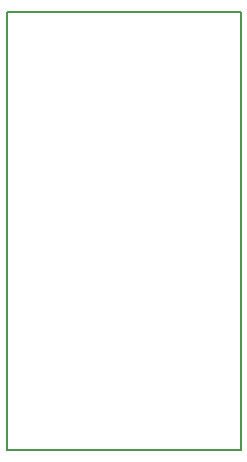
<source format=gm1>
G04 #@! TF.FileFunction,Profile,NP*
%FSLAX46Y46*%
G04 Gerber Fmt 4.6, Leading zero omitted, Abs format (unit mm)*
G04 Created by KiCad (PCBNEW 4.0.7) date 06/03/18 15:12:42*
%MOMM*%
%LPD*%
G01*
G04 APERTURE LIST*
%ADD10C,0.100000*%
%ADD11C,0.150000*%
G04 APERTURE END LIST*
D10*
D11*
X139446000Y-123190000D02*
X142240000Y-123190000D01*
X139446000Y-86106000D02*
X139446000Y-123190000D01*
X159258000Y-123190000D02*
X142240000Y-123190000D01*
X159258000Y-86106000D02*
X159258000Y-123190000D01*
X139446000Y-86106000D02*
X159258000Y-86106000D01*
M02*

</source>
